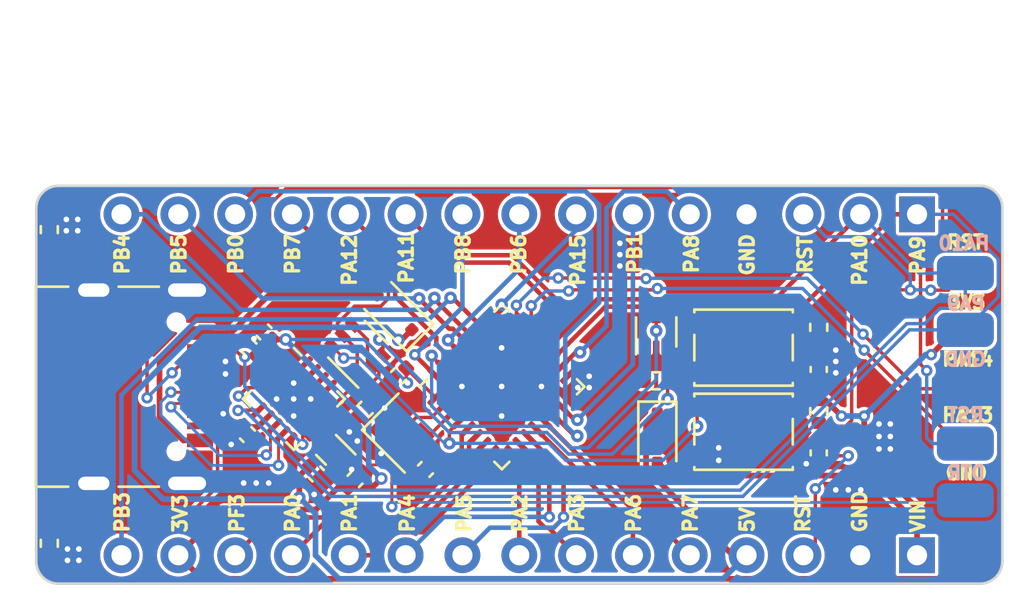
<source format=kicad_pcb>
(kicad_pcb (version 20221018) (generator pcbnew)
  (layers (0 "F.Cu" signal) (31 "B.Cu" signal) (34 "B.Paste" user) (35 "F.Paste" user) (36 "B.SilkS" user "B.Silkscreen") (37 "F.SilkS" user "F.Silkscreen") (38 "B.Mask" user) (39 "F.Mask" user) (44 "Edge.Cuts" user))
  (net 0 "")
  (net 1 "+5V")
  (net 2 "VBUS")
  (net 3 "Net-(D2-A)")
  (net 4 "Net-(Q1-G)")
  (net 5 "/BOOT0")
  (net 6 "/RTS")
  (net 8 "Net-(Q2B-D)")
  (net 9 "/DTR")
  (net 10 "/NRST")
  (net 11 "GND")
  (net 12 "+3V3")
  (net 13 "/PF0")
  (net 14 "/PF1")
  (net 15 "/PF3")
  (net 16 "/PA0")
  (net 17 "/PA1")
  (net 18 "/PA2")
  (net 19 "/PA3")
  (net 20 "/PA4")
  (net 21 "/PA5")
  (net 22 "/PA6")
  (net 23 "/PA7")
  (net 24 "/PB0")
  (net 25 "/PB1")
  (net 26 "/PB2")
  (net 27 "/PA8")
  (net 28 "/PA9")
  (net 29 "/PA10")
  (net 30 "/PA11")
  (net 31 "/PA12")
  (net 32 "/PA13")
  (net 33 "/PA14")
  (net 34 "/PA15")
  (net 35 "/PB3")
  (net 36 "/PB4")
  (net 37 "/PB5")
  (net 38 "/PB6")
  (net 39 "/PB7")
  (net 40 "/PB8")
  (net 41 "Net-(U3-V3)")
  (net 42 "/USBD+")
  (net 43 "/USBD-")
  (net 49 "Net-(J1-CC1)")
  (net 51 "Net-(J1-CC2)")
  (footprint "Resistor_SMD:R_0402_1005Metric" (layer "F.Cu") (at 44.8564 25.0952 180)
    (fp_text reference "R7")
    (fp_text value "10k")
  )
  (footprint "Resistor_SMD:R_0402_1005Metric" (layer "F.Cu") (at 17.7292 32.3596 -90)
    (fp_text reference "R2")
    (fp_text value "5.1k")
  )
  (footprint "Capacitor_SMD:C_0402_1005Metric" (layer "F.Cu") (at 31.3944 29.5148 45)
    (fp_text reference "C2")
    (fp_text value "1u")
  )
  (footprint "Capacitor_SMD:C_0402_1005Metric" (layer "F.Cu") (at 31.8516 26.3652 45)
    (fp_text reference "C9")
    (fp_text value "20p")
  )
  (footprint "Arduino Board:Arduino Nano" (layer "F.Cu") (at 17.145 34.163)
    (fp_text reference "U4")
    (fp_text value "Arduino Nano")
    (fp_line (start 0 -16.78) (end 0 -1) (stroke (width 0.12)) (layer "Edge.Cuts"))
    (fp_line (start 1 -17.78) (end 42.18 -17.78) (stroke (width 0.12)) (layer "Edge.Cuts"))
    (fp_line (start 1 0) (end 42.18 0) (stroke (width 0.12)) (layer "Edge.Cuts"))
    (fp_line (start 43.182894 -16.782893) (end 43.182894 -1.002893) (stroke (width 0.12)) (layer "Edge.Cuts"))
    (fp_arc (start 0 -16.78) (mid 0.292894 -17.487106) (end 1 -17.78) (stroke (width 0.12)) (layer "Edge.Cuts"))
    (fp_arc (start 1 0) (mid 0.292893 -0.292893) (end 0 -1) (stroke (width 0.12)) (layer "Edge.Cuts"))
    (fp_arc (start 42.182894 -17.782893) (mid 42.890002 -17.490001) (end 43.182894 -16.782893) (stroke (width 0.12)) (layer "Edge.Cuts"))
    (fp_arc (start 43.18 -1) (mid 42.887107 -0.292893) (end 42.18 0) (stroke (width 0.12)) (layer "Edge.Cuts"))
  )
  (footprint "Capacitor_SMD:C_0402_1005Metric" (layer "F.Cu") (at 29.6672 29.2608 -45)
    (fp_text reference "C1")
    (fp_text value "1u")
  )
  (footprint "Package_DFN_QFN:QFN-16-1EP_3x3mm_P0.5mm_EP1.7x1.7mm" (layer "F.Cu") (at 28.661526 25.903814 -45)
    (fp_text reference "U3")
    (fp_text value "CH343P")
  )
  (footprint "Crystal:Crystal_SMD_2016-4Pin_2.0x1.6mm" (layer "F.Cu") (at 33.4772 27.432 -45)
    (fp_text reference "Y1")
    (fp_text value "24M")
  )
  (footprint "Button_Switch_SMD:SW_SPST_PTS810" (layer "F.Cu") (at 48.7602 23.6138 180)
    (fp_text reference "SW1")
    (fp_text value "SW_Push")
  )
  (footprint "Capacitor_SMD:C_0402_1005Metric" (layer "F.Cu") (at 27.3304 22.9108 135)
    (fp_text reference "C8")
    (fp_text value "1u")
  )
  (footprint "Connector_USB:USB_C_Receptacle_Palconn_UTC16-G" (layer "F.Cu") (at 21.956999 25.36 -90)
    (fp_text reference "J1")
    (fp_text value "USB_C_Receptacle_USB2.0")
  )
  (footprint "Capacitor_SMD:C_0402_1005Metric" (layer "F.Cu") (at 26.584589 27.498989 -45)
    (fp_text reference "C6")
    (fp_text value "0.1u")
  )
  (footprint "Resistor_SMD:R_0402_1005Metric" (layer "F.Cu") (at 52.1208 22.7076 -90)
    (fp_text reference "R4")
    (fp_text value "10k")
  )
  (footprint "Package_DFN_QFN:QFN-32-1EP_5x5mm_P0.5mm_EP3.1x3.1mm" (layer "F.Cu") (at 37.956447 25.36 45)
    (fp_text reference "U2")
    (fp_text value "PY32F030K2xU")
  )
  (footprint "Diode_SMD:D_SOD-323F" (layer "F.Cu") (at 44.9072 27.6352 -90)
    (fp_text reference "D2")
    (fp_text value "SS14")
  )
  (footprint "Package_DFN_QFN:UDFN-4-1EP_1x1mm_P0.65mm_EP0.48x0.48mm" (layer "F.Cu") (at 30.532847 28.396828 135)
    (fp_text reference "U1")
    (fp_text value "ME6211CxxU4AG")
  )
  (footprint "Diode_SMD:D_SOD-323F" (layer "F.Cu") (at 33.156583 22.031383 135)
    (fp_text reference "D1")
    (fp_text value "SS14")
  )
  (footprint "Button_Switch_SMD:SW_SPST_PTS810" (layer "F.Cu") (at 48.7602 27.373 180)
    (fp_text reference "SW2")
    (fp_text value "SW_Push")
  )
  (footprint "Resistor_SMD:R_0402_1005Metric" (layer "F.Cu") (at 17.7292 18.3388 90)
    (fp_text reference "R1")
    (fp_text value "5.1k")
  )
  (footprint "Resistor_SMD:R_0402_1005Metric" (layer "F.Cu") (at 52.1208 26.4688 -90)
    (fp_text reference "R3")
    (fp_text value "10k")
  )
  (footprint "Capacitor_SMD:C_0402_1005Metric" (layer "F.Cu") (at 26.653811 23.605811 135)
    (fp_text reference "C7")
    (fp_text value "1u")
  )
  (footprint "Package_TO_SOT_SMD:SOT-523" (layer "F.Cu") (at 44.8564 22.9108 90)
    (fp_text reference "Q1")
    (fp_text value "AO3401A")
  )
  (footprint "Capacitor_SMD:C_0402_1005Metric" (layer "F.Cu") (at 34.544 29.0576 -135)
    (fp_text reference "C10")
    (fp_text value "20p")
  )
  (footprint "Capacitor_SMD:C_0402_1005Metric" (layer "F.Cu") (at 52.1208 28.3184 -90)
    (fp_text reference "C4")
    (fp_text value "1u")
  )
  (footprint "AirM2M:DAPLink-port" (layer "F.Cu") (at 58.674 30.44 90)
    (fp_text reference "J2" hide)
    (fp_text value "DAPLINK")
  )
  (footprint "Capacitor_SMD:C_0402_1005Metric" (layer "F.Cu") (at 52.1208 24.5872 -90)
    (fp_text reference "C5")
    (fp_text value "1u")
  )
  (footprint "Capacitor_SMD:C_0402_1005Metric" (layer "F.Cu") (at 33.340989 24.875811 45)
    (fp_text reference "C3")
    (fp_text value "0.1u")
  )
  (footprint "Package_TO_SOT_SMD:SOT-363_SC-70-6" (layer "F.Cu") (at 31.509771 23.732532 135)
    (fp_text reference "Q2")
    (fp_text value "2N7002DW")
  )
  (gr_text "PA9" (at 59.6392 21.9964) (layer "B.SilkS") (effects (font (size 0.6 0.6)) (justify left bottom mirror)))
  (gr_text "DTR" (at 59.6392 29.5656) (layer "B.SilkS") (effects (font (size 0.6 0.6)) (justify left bottom mirror)))
  (gr_text "GND" (at 59.69 24.4856) (layer "B.SilkS") (effects (font (size 0.6 0.6)) (justify left bottom mirror)))
  (gr_text "RST" (at 59.5884 26.9748) (layer "B.SilkS") (effects (font (size 0.6 0.6)) (justify left bottom mirror)))
  (gr_text "PA10" (at 59.8424 19.304) (layer "B.SilkS") (effects (font (size 0.6 0.6)) (justify left bottom mirror)))
  (gr_text "3V3\n" (at 57.8104 21.9456) (layer "F.SilkS") (effects (font (size 0.6 0.6)) (justify left bottom)))
  (gr_text "PB5" (at 23.876 20.4216 90) (layer "F.SilkS") (effects (font (size 0.6 0.6)) (justify left bottom)))
  (gr_text "GND" (at 49.276 20.4724 90) (layer "F.SilkS") (effects (font (size 0.6 0.6)) (justify left bottom)))
  (gr_text "PA8" (at 46.7868 20.3708 90) (layer "F.SilkS") (effects (font (size 0.6 0.6)) (justify left bottom)))
  (gr_text "PA12" (at 31.496 20.9296 90) (layer "F.SilkS") (effects (font (size 0.6 0.6)) (justify left bottom)))
  (gr_text "PB7" (at 28.956 20.4216 90) (layer "F.SilkS") (effects (font (size 0.6 0.6)) (justify left bottom)))
  (gr_text "PB1" (at 44.2468 20.3708 90) (layer "F.SilkS") (effects (font (size 0.6 0.6)) (justify left bottom)))
  (gr_text "PA6" (at 44.196 31.9532 90) (layer "F.SilkS") (effects (font (size 0.6 0.6)) (justify left bottom)))
  (gr_text "PB0" (at 26.416 20.4216 90) (layer "F.SilkS") (effects (font (size 0.6 0.6)) (justify left bottom)))
  (gr_text "GND" (at 54.3052 31.9532 90) (layer "F.SilkS") (effects (font (size 0.6 0.6)) (justify left bottom)))
  (gr_text "5V" (at 49.276 31.9532 90) (layer "F.SilkS") (effects (font (size 0.6 0.6)) (justify left bottom)))
  (gr_text "PA0" (at 28.956 31.9532 90) (layer "F.SilkS") (effects (font (size 0.6 0.6)) (justify left bottom)))
  (gr_text "PB8" (at 36.576 20.4216 90) (layer "F.SilkS") (effects (font (size 0.6 0.6)) (justify left bottom)))
  (gr_text "PA5" (at 36.6268 31.9532 90) (layer "F.SilkS") (effects (font (size 0.6 0.6)) (justify left bottom)))
  (gr_text "PA14\n" (at 57.5564 24.4856) (layer "F.SilkS") (effects (font (size 0.6 0.6)) (justify left bottom)))
  (gr_text "PB6" (at 39.0652 20.4216 90) (layer "F.SilkS") (effects (font (size 0.6 0.6)) (justify left bottom)))
  (gr_text "PA9" (at 56.896 20.4216 90) (layer "F.SilkS") (effects (font (size 0.6 0.6)) (justify left bottom)))
  (gr_text "GND" (at 57.7088 29.5656) (layer "F.SilkS") (effects (font (size 0.6 0.6)) (justify left bottom)))
  (gr_text "RST" (at 57.7596 19.2532) (layer "F.SilkS") (effects (font (size 0.6 0.6)) (justify left bottom)))
  (gr_text "PA15" (at 41.7068 20.9296 90) (layer "F.SilkS") (effects (font (size 0.6 0.6)) (justify left bottom)))
  (gr_text "RST" (at 51.8668 20.3708 90) (layer "F.SilkS") (effects (font (size 0.6 0.6)) (justify left bottom)))
  (gr_text "RST" (at 51.7652 31.9532 90) (layer "F.SilkS") (effects (font (size 0.6 0.6)) (justify left bottom)))
  (gr_text "PA2" (at 39.116 31.9532 90) (layer "F.SilkS") (effects (font (size 0.6 0.6)) (justify left bottom)))
  (gr_text "PA11" (at 34.036 20.828 90) (layer "F.SilkS") (effects (font (size 0.6 0.6)) (justify left bottom)))
  (gr_text "PA13" (at 57.5564 26.9748) (layer "F.SilkS") (effects (font (size 0.6 0.6)) (justify left bottom)))
  (gr_text "PA7" (at 46.736 31.9532 90) (layer "F.SilkS") (effects (font (size 0.6 0.6)) (justify left bottom)))
  (gr_text "PA4" (at 34.0868 31.9532 90) (layer "F.SilkS") (effects (font (size 0.6 0.6)) (justify left bottom)))
  (gr_text "PF3" (at 26.4668 31.9532 90) (layer "F.SilkS") (effects (font (size 0.6 0.6)) (justify left bottom)))
  (gr_text "PA3" (at 41.656 31.9532 90) (layer "F.SilkS") (effects (font (size 0.6 0.6)) (justify left bottom)))
  (gr_text "VIN" (at 56.896 31.9532 90) (layer "F.SilkS") (effects (font (size 0.6 0.6)) (justify left bottom)))
  (gr_text "3V3" (at 23.9268 31.9532 90) (layer "F.SilkS") (effects (font (size 0.6 0.6)) (justify left bottom)))
  (gr_text "PA10" (at 54.3052 20.9296 90) (layer "F.SilkS") (effects (font (size 0.6 0.6)) (justify left bottom)))
  (gr_text "PB4" (at 21.336 20.4216 90) (layer "F.SilkS") (effects (font (size 0.6 0.6)) (justify left bottom)))
  (gr_text "PA1" (at 31.496 31.9532 90) (layer "F.SilkS") (effects (font (size 0.6 0.6)) (justify left bottom)))
  (gr_text "PB3" (at 21.336 31.9532 90) (layer "F.SilkS") (effects (font (size 0.6 0.6)) (justify left bottom)))
  (segment (start 30.156494 27.785181) (end 30.380819 27.785181) (width 0.254) (layer "F.Cu") (net 1))
  (segment (start 33.9344 22.8092) (end 33.4772 23.2664) (width 0.254) (layer "F.Cu") (net 1))
  (segment (start 44.4032 29.017187) (end 48.279013 32.893) (width 0.254) (layer "F.Cu") (net 1))
  (segment (start 29.9212 28.020475) (end 30.156494 27.785181) (width 0.254) (layer "F.Cu") (net 1))
  (segment (start 44.9072 26.5352) (end 44.4032 27.0392) (width 0.254) (layer "F.Cu") (net 1))
  (segment (start 29.327789 28.921389) (end 28.9052 29.343978) (width 0.254) (layer "F.Cu") (net 1))
  (segment (start 29.327789 28.838211) (end 29.9212 28.2448) (width 0.254) (layer "F.Cu") (net 1))
  (segment (start 44.4032 27.0392) (end 44.4032 29.017187) (width 0.254) (layer "F.Cu") (net 1))
  (segment (start 28.9052 29.343978) (end 28.9052 30.315) (width 0.254) (layer "F.Cu") (net 1))
  (segment (start 33.4772 23.2664) (end 33.3248 23.2664) (width 0.254) (layer "F.Cu") (net 1))
  (segment (start 29.9212 28.2448) (end 29.9212 28.020475) (width 0.254) (layer "F.Cu") (net 1))
  (via (at 33.3248 23.2664) (size 0.5588) (drill 0.3048) (layers "F.Cu" "B.Cu") (net 1))
  (via (at 28.9052 30.315) (size 0.5588) (drill 0.254) (layers "F.Cu" "B.Cu") (net 1))
  (segment (start 22.8148 30.384) (end 28.8362 30.384) (width 0.254) (layer "B.Cu") (net 1))
  (segment (start 21.5392 25.648894) (end 21.5392 29.1084) (width 0.254) (layer "B.Cu") (net 1))
  (segment (start 32.766 22.7076) (end 24.480494 22.7076) (width 0.254) (layer "B.Cu") (net 1))
  (segment (start 24.480494 22.7076) (end 21.5392 25.648894) (width 0.254) (layer "B.Cu") (net 1))
  (segment (start 48.895 32.893) (end 47.841 33.947) (width 0.254) (layer "B.Cu") (net 1))
  (segment (start 47.841 33.947) (end 30.678418 33.947) (width 0.254) (layer "B.Cu") (net 1))
  (segment (start 29.629 32.897582) (end 29.629 31.0388) (width 0.254) (layer "B.Cu") (net 1))
  (segment (start 33.3248 23.2664) (end 32.766 22.7076) (width 0.254) (layer "B.Cu") (net 1))
  (segment (start 30.678418 33.947) (end 29.629 32.897582) (width 0.254) (layer "B.Cu") (net 1))
  (segment (start 28.8362 30.384) (end 28.9052 30.315) (width 0.254) (layer "B.Cu") (net 1))
  (segment (start 29.629 31.0388) (end 28.9052 30.315) (width 0.254) (layer "B.Cu") (net 1))
  (segment (start 21.5392 29.1084) (end 22.8148 30.384) (width 0.254) (layer "B.Cu") (net 1))
  (segment (start 27.450606 25.046447) (end 26.993222 24.589063) (width 0.1524) (layer "F.Cu") (net 2))
  (segment (start 29.0576 27.576028) (end 29.0576 27.94) (width 0.1524) (layer "F.Cu") (net 2))
  (segment (start 26.993222 23.945222) (end 26.267448 23.945222) (width 0.1524) (layer "F.Cu") (net 2))
  (segment (start 22.6568 24.182199) (end 23.878999 22.96) (width 0.254) (layer "F.Cu") (net 2))
  (segment (start 25.654 23.331774) (end 25.654 22.96) (width 0.1524) (layer "F.Cu") (net 2))
  (segment (start 26.267448 23.945222) (end 25.654 23.331774) (width 0.1524) (layer "F.Cu") (net 2))
  (segment (start 24.466999 27.76) (end 23.718858 27.76) (width 0.254) (layer "F.Cu") (net 2))
  (segment (start 23.878999 22.96) (end 24.466999 22.96) (width 0.254) (layer "F.Cu") (net 2))
  (segment (start 23.718858 27.76) (end 22.6568 26.697942) (width 0.254) (layer "F.Cu") (net 2))
  (segment (start 29.16534 27.468288) (end 29.0576 27.576028) (width 0.1524) (layer "F.Cu") (net 2))
  (segment (start 22.6568 26.697942) (end 22.6568 24.182199) (width 0.254) (layer "F.Cu") (net 2))
  (segment (start 25.654 22.96) (end 25.847188 22.96) (width 0.254) (layer "F.Cu") (net 2))
  (segment (start 26.993222 24.589063) (end 26.993222 23.945222) (width 0.1524) (layer "F.Cu") (net 2))
  (segment (start 25.847188 22.96) (end 27.553622 21.253566) (width 0.254) (layer "F.Cu") (net 2))
  (segment (start 27.553622 21.253566) (end 32.378766 21.253566) (width 0.254) (layer "F.Cu") (net 2))
  (segment (start 24.466999 22.96) (end 25.654 22.96) (width 0.254) (layer "F.Cu") (net 2))
  (via (at 29.0576 27.94) (size 0.508) (drill 0.254) (layers "F.Cu" "B.Cu") (net 2))
  (via (at 26.4668 24.0284) (size 0.508) (drill 0.254) (layers "F.Cu" "B.Cu") (net 2))
  (segment (start 29.0576 27.94) (end 26.4668 25.3492) (width 0.1524) (layer "B.Cu") (net 2))
  (segment (start 26.4668 25.3492) (end 26.4668 24.0284) (width 0.1524) (layer "B.Cu") (net 2))
  (segment (start 44.9072 28.7352) (end 45.5044 29.3324) (width 0.254) (layer "F.Cu") (net 3))
  (segment (start 56.515 31.4706) (end 56.515 32.893) (width 0.254) (layer "F.Cu") (net 3))
  (segment (start 54.3768 29.3324) (end 56.515 31.4706) (width 0.254) (layer "F.Cu") (net 3))
  (segment (start 45.5044 29.3324) (end 54.3768 29.3324) (width 0.254) (layer "F.Cu") (net 3))
  (segment (start 44.3564 25.0852) (end 44.3564 23.5558) (width 0.1524) (layer "F.Cu") (net 4))
  (segment (start 46.4122 22.2658) (end 46.6852 22.5388) (width 0.1524) (layer "F.Cu") (net 5))
  (segment (start 51.442 22.5388) (end 52.1208 23.2176) (width 0.1524) (layer "F.Cu") (net 5))
  (segment (start 34.818275 23.989595) (end 34.818275 23.978281) (width 0.1524) (layer "F.Cu") (net 5))
  (segment (start 50.8352 22.5388) (end 51.442 22.5388) (width 0.1524) (layer "F.Cu") (net 5))
  (segment (start 35.348991 24.520311) (end 34.818275 23.989595) (width 0.1524) (layer "F.Cu") (net 5))
  (segment (start 52.1208 23.2176) (end 52.1208 24.1072) (width 0.1524) (layer "F.Cu") (net 5))
  (segment (start 46.6852 22.5388) (end 50.8352 22.5388) (width 0.1524) (layer "F.Cu") (net 5))
  (segment (start 44.8564 22.86) (end 44.8564 22.2658) (width 0.1524) (layer "F.Cu") (net 5))
  (segment (start 44.8564 22.2658) (end 46.4122 22.2658) (width 0.1524) (layer "F.Cu") (net 5))
  (via (at 44.8564 22.86) (size 0.5588) (drill 0.254) (layers "F.Cu" "B.Cu") (net 5))
  (via (at 34.818275 23.978281) (size 0.5588) (drill 0.254) (layers "F.Cu" "B.Cu") (net 5))
  (segment (start 41.0464 28.0924) (end 41.8084 28.0924) (width 0.1524) (layer "B.Cu") (net 5))
  (segment (start 35.722702 27.1272) (end 40.0812 27.1272) (width 0.1524) (layer "B.Cu") (net 5))
  (segment (start 44.8564 25.0444) (end 44.8564 22.86) (width 0.1524) (layer "B.Cu") (net 5))
  (segment (start 34.818275 23.978281) (end 34.818275 26.222773) (width 0.1524) (layer "B.Cu") (net 5))
  (segment (start 34.818275 26.222773) (end 35.722702 27.1272) (width 0.1524) (layer "B.Cu") (net 5))
  (segment (start 41.8084 28.0924) (end 44.8564 25.0444) (width 0.1524) (layer "B.Cu") (net 5))
  (segment (start 40.0812 27.1272) (end 41.0464 28.0924) (width 0.1524) (layer "B.Cu") (net 5))
  (segment (start 31.721903 24.863903) (end 31.492093 24.634093) (width 0.1524) (layer "F.Cu") (net 6))
  (segment (start 31.492093 23.714854) (end 30.83802 23.060781) (width 0.1524) (layer "F.Cu") (net 6))
  (segment (start 32.534189 20.748589) (end 30.248189 20.748589) (width 0.1524) (layer "F.Cu") (net 6))
  (segment (start 30.762097 24.863903) (end 31.721903 24.863903) (width 0.1524) (layer "F.Cu") (net 6))
  (segment (start 32.883743 21.421457) (end 32.883743 21.098143) (width 0.1524) (layer "F.Cu") (net 6))
  (segment (start 57.658 16.7896) (end 57.658 18.6944) (width 0.1524) (layer "F.Cu") (net 6))
  (segment (start 28.35006 16.4592) (end 57.3276 16.4592) (width 0.1524) (layer "F.Cu") (net 6))
  (segment (start 30.60821 22.830971) (end 30.60821 22.52859) (width 0.1524) (layer "F.Cu") (net 6))
  (segment (start 32.883743 21.098143) (end 32.534189 20.748589) (width 0.1524) (layer "F.Cu") (net 6))
  (segment (start 57.658 18.6944) (end 56.669934 19.682466) (width 0.1524) (layer "F.Cu") (net 6))
  (segment (start 56.669934 19.682466) (end 56.669934 24.361134) (width 0.1524) (layer "F.Cu") (net 6))
  (segment (start 27.5718 18.0722) (end 27.5718 17.23746) (width 0.1524) (layer "F.Cu") (net 6))
  (segment (start 31.378257 21.758543) (end 32.546657 21.758543) (width 0.1524) (layer "F.Cu") (net 6))
  (segment (start 57.3276 16.4592) (end 57.658 16.7896) (width 0.1524) (layer "F.Cu") (net 6))
  (segment (start 56.669934 24.361134) (end 56.9468 24.638) (width 0.1524) (layer "F.Cu") (net 6))
  (segment (start 30.248189 20.748589) (end 27.5718 18.0722) (width 0.1524) (layer "F.Cu") (net 6))
  (segment (start 30.60821 22.52859) (end 31.378257 21.758543) (width 0.1524) (layer "F.Cu") (net 6))
  (segment (start 30.226 25.4) (end 30.762097 24.863903) (width 0.1524) (layer "F.Cu") (net 6))
  (segment (start 27.5718 17.23746) (end 28.35006 16.4592) (width 0.1524) (layer "F.Cu") (net 6))
  (segment (start 30.83802 23.060781) (end 30.60821 22.830971) (width 0.1524) (layer "F.Cu") (net 6))
  (segment (start 31.492093 24.634093) (end 31.492093 23.714854) (width 0.1524) (layer "F.Cu") (net 6))
  (segment (start 32.546657 21.758543) (end 32.883743 21.421457) (width 0.1524) (layer "F.Cu") (net 6))
  (via (at 56.9468 24.638) (size 0.508) (drill 0.254) (layers "F.Cu" "B.Cu") (net 6))
  (segment (start 56.9468 24.638) (end 56.9468 27.646) (width 0.1524) (layer "B.Cu") (net 6))
  (segment (start 56.9468 27.646) (end 57.2008 27.9) (width 0.1524) (layer "B.Cu") (net 6))
  (segment (start 57.2008 27.9) (end 58.674 27.9) (width 0.1524) (layer "B.Cu") (net 6))
  (segment (start 45.3644 25.908) (end 45.3644 25.0972) (width 0.1524) (layer "F.Cu") (net 8))
  (segment (start 32.641142 23.944664) (end 32.641142 23.411) (width 0.1524) (layer "F.Cu") (net 8))
  (segment (start 32.641142 23.411) (end 32.478871 23.248729) (width 0.1524) (layer "F.Cu") (net 8))
  (via (at 45.3644 25.908) (size 0.5588) (drill 0.254) (layers "F.Cu" "B.Cu") (net 8))
  (via (at 32.478871 23.248729) (size 0.5588) (drill 0.254) (layers "F.Cu" "B.Cu") (net 8))
  (segment (start 40.930669 28.3718) (end 39.965468 27.4066) (width 0.1524) (layer "B.Cu") (net 8))
  (segment (start 39.965468 27.4066) (end 35.60697 27.4066) (width 0.1524) (layer "B.Cu") (net 8))
  (segment (start 35.60697 27.4066) (end 34.4932 26.29283) (width 0.1524) (layer "B.Cu") (net 8))
  (segment (start 42.9006 28.3718) (end 40.930669 28.3718) (width 0.1524) (layer "B.Cu") (net 8))
  (segment (start 34.4932 25.263058) (end 32.478871 23.248729) (width 0.1524) (layer "B.Cu") (net 8))
  (segment (start 34.4932 26.29283) (end 34.4932 25.263058) (width 0.1524) (layer "B.Cu") (net 8))
  (segment (start 45.3644 25.908) (end 42.9006 28.3718) (width 0.1524) (layer "B.Cu") (net 8))
  (segment (start 31.233628 25.4) (end 31.687788 25.4) (width 0.1524) (layer "F.Cu") (net 9))
  (segment (start 31.726122 25.438334) (end 31.89446 25.438334) (width 0.1524) (layer "F.Cu") (net 9))
  (segment (start 32.07821 28.8544) (end 31.45591 28.2321) (width 0.127) (layer "F.Cu") (net 9))
  (segment (start 31.311882 28.2321) (end 30.5308 27.451018) (width 0.127) (layer "F.Cu") (net 9))
  (segment (start 32.6644 28.8544) (end 32.07821 28.8544) (width 0.127) (layer "F.Cu") (net 9))
  (segment (start 31.951712 24.174473) (end 31.951712 23.255234) (width 0.1524) (layer "F.Cu") (net 9))
  (segment (start 32.4612 24.871594) (end 32.4612 24.683961) (width 0.1524) (layer "F.Cu") (net 9))
  (segment (start 31.687788 25.4) (end 31.726122 25.438334) (width 0.1524) (layer "F.Cu") (net 9))
  (segment (start 32.4612 24.683961) (end 32.181522 24.404283) (width 0.1524) (layer "F.Cu") (net 9))
  (segment (start 31.45591 28.2321) (end 31.311882 28.2321) (width 0.127) (layer "F.Cu") (net 9))
  (segment (start 30.5308 27.451018) (end 30.5308 26.712428) (width 0.127) (layer "F.Cu") (net 9))
  (segment (start 31.951712 23.255234) (end 31.297639 22.601161) (width 0.1524) (layer "F.Cu") (net 9))
  (segment (start 31.89446 25.438334) (end 32.4612 24.871594) (width 0.1524) (layer "F.Cu") (net 9))
  (segment (start 30.226 26.407628) (end 31.233628 25.4) (width 0.1524) (layer "F.Cu") (net 9))
  (segment (start 33.038756 30.721378) (end 33.038756 29.228756) (width 0.127) (layer "F.Cu") (net 9))
  (segment (start 33.038756 29.228756) (end 32.6644 28.8544) (width 0.127) (layer "F.Cu") (net 9))
  (segment (start 30.5308 26.712428) (end 30.226 26.407628) (width 0.127) (layer "F.Cu") (net 9))
  (segment (start 32.181522 24.404283) (end 31.951712 24.174473) (width 0.1524) (layer "F.Cu") (net 9))
  (via (at 33.038756 30.721378) (size 0.508) (drill 0.254) (layers "F.Cu" "B.Cu") (net 9))
  (segment (start 33.229334 30.5308) (end 33.038756 30.721378) (width 0.127) (layer "B.Cu") (net 9))
  (segment (start 58.5832 30.5308) (end 33.229334 30.5308) (width 0.127) (layer "B.Cu") (net 9))
  (segment (start 52.1208 26.9788) (end 52.1208 27.8384) (width 0.1524) (layer "F.Cu") (net 10))
  (segment (start 51.9684 32.3596) (end 51.9684 29.9212) (width 0.1524) (layer "F.Cu") (net 10))
  (segment (start 50.8352 26.298) (end 51.44 26.298) (width 0.1524) (layer "F.Cu") (net 10))
  (segment (start 52.7304 28.448) (end 52.1208 27.8384) (width 0.1524) (layer "F.Cu") (net 10))
  (segment (start 51.435 32.893) (end 51.9684 32.3596) (width 0.1524) (layer "F.Cu") (net 10))
  (segment (start 57.909469 21.044531) (end 58.674 20.28) (width 0.1524) (layer "F.Cu") (net 10))
  (segment (start 36.056098 26.906796) (end 35.6108 27.352094) (width 0.1524) (layer "F.Cu") (net 10))
  (segment (start 52.2692 27.1272) (end 53.326179 27.1272) (width 0.1524) (layer "F.Cu") (net 10))
  (segment (start 46.6852 26.298) (end 50.8352 26.298) (width 0.1524) (layer "F.Cu") (net 10))
  (segment (start 35.6108 27.352094) (end 35.6108 27.8892) (width 0.1524) (layer "F.Cu") (net 10))
  (segment (start 46.6852 26.298) (end 46.6852 27.1272) (width 0.1524) (layer "F.Cu") (net 10))
  (segment (start 53.326179 27.1272) (end 53.594 26.859379) (width 0.1524) (layer "F.Cu") (net 10))
  (segment (start 57.127134 21.044531) (end 57.909469 21.044531) (width 0.1524) (layer "F.Cu") (net 10))
  (segment (start 30.3784 23.5712) (end 30.8864 24.0792) (width 0.127) (layer "F.Cu") (net 10))
  (segment (start 54.0004 21.0312) (end 56.212654 21.0312) (width 0.1524) (layer "F.Cu") (net 10))
  (segment (start 53.594 21.4376) (end 54.0004 21.0312) (width 0.1524) (layer "F.Cu") (net 10))
  (segment (start 53.594 26.859379) (end 53.594 21.4376) (width 0.1524) (layer "F.Cu") (net 10))
  (segment (start 51.44 26.298) (end 52.1208 26.9788) (width 0.1524) (layer "F.Cu") (net 10))
  (segment (start 53.4416 28.448) (end 52.7304 28.448) (width 0.1524) (layer "F.Cu") (net 10))
  (via (at 35.6108 27.8892) (size 0.5588) (drill 0.254) (layers "F.Cu" "B.Cu") (net 10))
  (via (at 51.9684 29.9212) (size 0.508) (drill 0.254) (layers "F.Cu" "B.Cu") (net 10))
  (via (at 30.8864 24.0792) (size 0.508) (drill 0.254) (layers "F.Cu" "B.Cu") (net 10))
  (via (at 56.212654 21.0312) (size 0.508) (drill 0.254) (layers "F.Cu" "B.Cu") (net 10))
  (via (at 57.127134 21.044531) (size 0.508) (drill 0.254) (layers "F.Cu" "B.Cu") (net 10))
  (via (at 46.6852 27.1272) (size 0.5588) (drill 0.254) (layers "F.Cu" "B.Cu") (net 10))
  (via (at 53.4416 28.448) (size 0.508) (drill 0.254) (layers "F.Cu" "B.Cu") (net 10))
  (segment (start 56.212654 20.347854) (end 54.521 18.6562) (width 0.1524) (layer "B.Cu") (net 10))
  (segment (start 54.521 18.6562) (end 52.4382 18.6562) (width 0.1524) (layer "B.Cu") (net 10))
  (segment (start 46.6852 27.1272) (end 45.1612 28.6512) (width 0.1524) (layer "B.Cu") (net 10))
  (segment (start 30.8864 24.0792) (end 31.57603 24.0792) (width 0.127) (layer "B.Cu") (net 10))
  (segment (start 40.814937 28.6512) (end 40.052936 27.8892) (width 0.1524) (layer "B.Cu") (net 10))
  (segment (start 57.127134 21.044531) (end 57.113803 21.0312) (width 0.1524) (layer "B.Cu") (net 10))
  (segment (start 31.57603 24.0792) (end 35.38603 27.8892) (width 0.127) (layer "B.Cu") (net 10))
  (segment (start 40.052936 27.8892) (end 35.6108 27.8892) (width 0.1524) (layer "B.Cu") (net 10))
  (segment (start 35.38603 27.8892) (end 35.6108 27.8892) (width 0.127) (layer "B.Cu") (net 10))
  (segment (start 51.9684 29.9212) (end 53.4416 28.448) (width 0.1524) (layer "B.Cu") (net 10))
  (segment (start 57.113803 21.0312) (end 56.212654 21.0312) (width 0.1524) (layer "B.Cu") (net 10))
  (segment (start 56.212654 21.0312) (end 56.212654 20.347854) (width 0.1524) (layer "B.Cu") (net 10))
  (segment (start 52.4382 18.6562) (end 51.435 17.653) (width 0.1524) (layer "B.Cu") (net 10))
  (segment (start 45.1612 28.6512) (end 40.814937 28.6512) (width 0.1524) (layer "B.Cu") (net 10))
  (segment (start 33.001578 25.215222) (end 32.7025 25.5143) (width 0.254) (layer "F.Cu") (net 11))
  (segment (start 32.7025 25.5143) (end 32.7025 25.565099) (width 0.254) (layer "F.Cu") (net 11))
  (via (at 28.6512 26.67) (size 0.508) (drill 0.254) (layers "F.Cu" "B.Cu") (net 11))
  (via (at 47.6504 28.0924) (size 0.508) (drill 0.254) (layers "F.Cu" "B.Cu") (net 11))
  (via (at 43.2308 19.4564) (size 0.508) (drill 0.254) (layers "F.Cu" "B.Cu") (net 11))
  (via (at 18.4912 18.3896) (size 0.508) (drill 0.254) (layers "F.Cu" "B.Cu") (net 11))
  (via (at 41.8592 24.892) (size 0.508) (drill 0.254) (layers "F.Cu" "B.Cu") (net 11))
  (via (at 29.4132 25.908) (size 0.508) (drill 0.254) (layers "F.Cu" "B.Cu") (net 11))
  (via (at 18.542 32.6136) (size 0.508) (drill 0.254) (layers "F.Cu" "B.Cu") (net 11))
  (via (at 19.05 32.6136) (size 0.508) (drill 0.254) (layers "F.Cu" "B.Cu") (net 11))
  (via (at 54.8132 27.5844) (size 0.508) (drill 0.254) (layers "F.Cu" "B.Cu") (net 11))
  (via (at 28.6512 25.908) (size 0.508) (drill 0.254) (layers "F.Cu" "B.Cu") (net 11))
  (via (at 55.3212 27.5844) (size 0.508) (drill 0.254) (layers "F.Cu" "B.Cu") (net 11))
  (via (at 54.0004 29.972) (size 0.508) (drill 0.254) (layers "F.Cu" "B.Cu") (net 11))
  (via (at 31.496 27.7876) (size 0.508) (drill 0.254) (layers "F.Cu" "B.Cu") (net 11))
  (via (at 54.8132 27.0256) (size 0.508) (drill 0.254) (layers "F.Cu" "B.Cu") (net 11))
  (via (at 36.1696 25.3492) (size 0.508) (drill 0.254) (layers "F.Cu" "B.Cu") (net 11))
  (via (at 51.562 28.8036) (size 0.508) (drill 0.254) (layers "F.Cu" "B.Cu") (net 11))
  (via (at 26.8732 23.2156) (size 0.508) (drill 0.254) (layers "F.Cu" "B.Cu") (net 11))
  (via (at 52.8828 29.972) (size 0.508) (drill 0.254) (layers "F.Cu" "B.Cu") (net 11))
  (via (at 43.2308 19.9644) (size 0.508) (drill 0.254) (layers "F.Cu" "B.Cu") (net 11))
  (via (at 39.7256 25.3492) (size 0.508) (drill 0.254) (layers "F.Cu" "B.Cu") (net 11))
  (via (at 41.3512 25.4) (size 0.508) (drill 0.254) (layers "F.Cu" "B.Cu") (net 11))
  (via (at 32.5628 28.3464) (size 0.508) (drill 0.254) (layers "F.Cu" "B.Cu") (net 11))
  (via (at 27.8892 25.908) (size 0.508) (drill 0.254) (layers "F.Cu" "B.Cu") (net 11))
  (via (at 32.7152 26.3144) (size 0.508) (drill 0.254) (layers "F.Cu" "B.Cu") (net 11))
  (via (at 29.5656 30.1752) (size 0.508) (drill 0.254) (layers "F.Cu" "B.Cu") (net 11))
  (via (at 26.416 29.6672) (size 0.508) (drill 0.254) (layers "F.Cu" "B.Cu") (net 11))
  (via (at 28.6512 25.1968) (size 0.508) (drill 0.254) (layers "F.Cu" "B.Cu") (net 11))
  (via (at 27.5336 29.6672) (size 0.508) (drill 0.254) (layers "F.Cu" "B.Cu") (net 11))
  (via (at 25.6032 24.7904) (size 0.508) (drill 0.254) (layers "F.Cu" "B.Cu") (net 11))
  (via (at 43.2308 18.9484) (size 0.508) (drill 0.254) (layers "F.Cu" "B.Cu") (net 11))
  (via (at 18.9992 17.8816) (size 0.508) (drill 0.254) (layers "F.Cu" "B.Cu") (net 11))
  (via (at 37.9476 25.3492) (size 0.508) (drill 0.254) (layers "F.Cu" "B.Cu") (net 11))
  (via (at 47.6504 28.6512) (size 0.508) (drill 0.254) (layers "F.Cu" "B.Cu") (net 11))
  (via (at 53.4416 29.972) (size 0.508) (drill 0.254) (layers "F.Cu" "B.Cu") (net 11))
  (via (at 52.8828 24.2316) (size 0.508) (drill 0.254) (layers "F.Cu" "B.Cu") (net 11))
  (via (at 26.9748 29.6672) (size 0.508) (drill 0.254) (layers "F.Cu" "B.Cu") (net 11))
  (via (at 37.9476 23.622) (size 0.508) (drill 0.254) (layers "F.Cu" "B.Cu") (net 11))
  (via (at 52.8828 23.7236) (size 0.508) (drill 0.254) (layers "F.Cu" "B.Cu") (net 11))
  (via (at 55.3212 28.1432) (size 0.508) (drill 0.254) (layers "F.Cu" "B.Cu") (net 11))
  (via (at 52.8828 24.7396) (size 0.508) (drill 0.254) (layers "F.Cu" "B.Cu") (net 11))
  (via (at 25.6032 24.2316) (size 0.508) (drill 0.254) (layers "F.Cu" "B.Cu") (net 11))
  (via (at 18.542 33.1216) (size 0.508) (drill 0.254) (layers "F.Cu" "B.Cu") (net 11))
  (via (at 19.05 33.1216) (size 0.508) (drill 0.254) (layers "F.Cu" "B.Cu") (net 11))
  (via (at 54.8132 28.1432) (size 0.508) (drill 0.254) (layers "F.Cu" "B.Cu") (net 11))
  (via (at 25.857198 27.94) (size 0.508) (drill 0.254) (layers "F.Cu" "B.Cu") (net 11))
  (via (at 31.242 29.0576) (size 0.508) (drill 0.254) (layers "F.Cu" "B.Cu") (net 11))
  (via (at 31.1404 27.3812) (size 0.508) (drill 0.254) (layers "F.Cu" "B.Cu") (net 11))
  (via (at 18.4912 17.8816) (size 0.508) (drill 0.254) (layers "F.Cu" "B.Cu") (net 11))
  (via (at 25.5016 26.5684) (size 0.508) (drill 0.254) (layers "F.Cu" "B.Cu") (net 11))
  (via (at 18.9992 18.3896) (size 0.508) (drill 0.254) (layers "F.Cu" "B.Cu") (net 11))
  (via (at 55.3212 27.0256) (size 0.508) (drill 0.254) (layers "F.Cu" "B.Cu") (net 11))
  (via (at 41.8592 25.4) (size 0.508) (drill 0.254) (layers "F.Cu" "B.Cu") (net 11))
  (via (at 37.9476 26.67) (size 0.508) (drill 0.254) (layers "F.Cu" "B.Cu") (net 11))
  (segment (start 27.669811 23.851439) (end 28.157712 24.33934) (width 0.254) (layer "F.Cu") (net 12))
  (segment (start 33.6804 24.5364) (end 33.6804 25.132759) (width 0.1524) (layer "F.Cu") (net 12))
  (segment (start 24.549 33.947) (end 57.569 33.947) (width 0.254) (layer "F.Cu") (net 12))
  (segment (start 33.6804 25.132759) (end 33.739357 25.191716) (width 0.1524) (layer "F.Cu") (net 12))
  (segment (start 30.643922 29.854211) (end 29.649733 30.8484) (width 0.254) (layer "F.Cu") (net 12))
  (segment (start 31.054989 29.854211) (end 32.178639 29.854211) (width 0.254) (layer "F.Cu") (net 12))
  (segment (start 30.684875 29.008475) (end 30.684875 29.484097) (width 0.254) (layer "F.Cu") (net 12))
  (segment (start 52.4256 25.9588) (end 53.1368 26.67) (width 0.254) (layer "F.Cu") (net 12))
  (segment (start 54.1528 28.4228) (end 54.1528 26.67) (width 0.254) (layer "F.Cu") (net 12))
  (segment (start 45.5522 23.5558) (end 46.6852 24.6888) (width 0.254) (layer "F.Cu") (net 12))
  (segment (start 29.649733 30.8484) (end 25.5396 30.8484) (width 0.254) (layer "F.Cu") (net 12))
  (segment (start 30.684875 29.484097) (end 31.054989 29.854211) (width 0.254) (layer "F.Cu") (net 12))
  (segment (start 57.912 33.604) (end 57.912 32.182) (width 0.254) (layer "F.Cu") (net 12))
  (segment (start 27.669811 23.250211) (end 27.669811 23.851439) (width 0.254) (layer "F.Cu") (net 12))
  (segment (start 25.5396 30.8484) (end 23.495 32.893) (width 0.254) (layer "F.Cu") (net 12))
  (segment (start 50.8508 24.6888) (end 52.1208 25.9588) (width 0.254) (layer "F.Cu") (net 12))
  (segment (start 58.2568 22.82) (end 57.15 23.9268) (width 0.254) (layer "F.Cu") (net 12))
  (segment (start 57.569 33.947) (end 57.912 33.604) (width 0.254) (layer "F.Cu") (net 12))
  (segment (start 52.1208 25.9588) (end 52.4256 25.9588) (width 0.254) (layer "F.Cu") (net 12))
  (segment (start 23.495 32.893) (end 24.549 33.947) (width 0.254) (layer "F.Cu") (net 12))
  (segment (start 46.6852 24.6888) (end 50.8352 24.6888) (width 0.254) (layer "F.Cu") (net 12))
  (segment (start 45.3564 23.5558) (end 45.5522 23.5558) (width 0.254) (layer "F.Cu") (net 12))
  (segment (start 31.054989 29.854211) (end 30.643922 29.854211) (width 0.254) (layer "F.Cu") (net 12))
  (segment (start 33.685701 24.5364) (end 34.995437 25.846136) (width 0.1524) (layer "F.Cu") (net 12))
  (segment (start 27.669811 23.250211) (end 28.2956 23.250211) (width 0.254) (layer "F.Cu") (net 12))
  (segment (start 32.178639 29.854211) (end 32.56885 29.464) (width 0.254) (layer "F.Cu") (net 12))
  (segment (start 57.912 32.182) (end 54.1528 28.4228) (width 0.254) (layer "F.Cu") (net 12))
  (via (at 53.1368 26.67) (size 0.508) (drill 0.254) (layers "F.Cu" "B.Cu") (net 12))
  (via (at 54.1528 26.67) (size 0.508) (drill 0.254) (layers "F.Cu" "B.Cu") (net 12))
  (via (at 32.56885 29.464) (size 0.5588) (drill 0.3048) (layers "F.Cu" "B.Cu") (net 12))
  (via (at 33.739357 25.191716) (size 0.508) (drill 0.254) (layers "F.Cu" "B.Cu") (net 12))
  (via (at 28.2956 23.250211) (size 0.5588) (drill 0.3048) (layers "F.Cu" "B.Cu") (net 12))
  (via (at 57.15 23.9268) (size 0.508) (drill 0.254) (layers "F.Cu" "B.Cu") (net 12))
  (segment (start 53.1368 26.67) (end 54.1528 26.67) (width 0.254) (layer "B.Cu") (net 12))
  (segment (start 56.896 23.9268) (end 54.1528 26.67) (width 0.254) (layer "B.Cu") (net 12))
  (segment (start 33.739357 25.191716) (end 31.797852 23.250211) (width 0.1524) (layer "B.Cu") (net 12))
  (segment (start 31.797852 23.250211) (end 28.2956 23.250211) (width 0.1524) (layer "B.Cu") (net 12))
  (segment (start 28.2956 23.2664) (end 32.004 26.9748) (width 0.254) (layer "B.Cu") (net 12))
  (segment (start 32.004 26.9748) (end 32.004 28.89915) (width 0.254) (layer "B.Cu") (net 12))
  (segment (start 28.2956 23.250211) (end 28.2956 23.2664) (width 0.254) (layer "B.Cu") (net 12))
  (segment (start 32.004 28.89915) (end 32.56885 29.464) (width 0.254) (layer "B.Cu") (net 12))
  (segment (start 57.15 23.9268) (end 56.896 23.9268) (width 0.254) (layer "B.Cu") (net 12))
  (segment (start 33.4772 27.3812) (end 32.648583 27.3812) (width 0.1524) (layer "F.Cu") (net 13))
  (segment (start 34.124575 26.733825) (end 33.4772 27.3812) (width 0.1524) (layer "F.Cu") (net 13))
  (segment (start 35.348991 26.199689) (end 34.814855 26.733825) (width 0.1524) (layer "F.Cu") (net 13))
  (segment (start 32.133512 27.325934) (end 31.512189 26.704611) (width 0.1524) (layer "F.Cu") (net 13))
  (segment (start 34.814855 26.733825) (end 34.124575 26.733825) (width 0.1524) (layer "F.Cu") (net 13))
  (segment (start 34.361083 27.538066) (end 34.361083 28.195861) (width 0.1524) (layer "F.Cu") (net 14))
  (segment (start 34.361083 28.195861) (end 34.883411 28.718189) (width 0.1524) (layer "F.Cu") (net 14))
  (segment (start 35.702544 26.553243) (end 34.717721 27.538066) (width 0.1524) (layer "F.Cu") (net 14))
  (segment (start 26.035 32.893) (end 27.724 31.204) (width 0.2032) (layer "F.Cu") (net 15))
  (segment (start 36.162744 27.507256) (end 36.409651 27.260349) (width 0.2032) (layer "F.Cu") (net 15))
  (segment (start 36.162744 29.077256) (end 36.162744 27.507256) (width 0.2032) (layer "F.Cu") (net 15))
  (segment (start 27.724 31.204) (end 34.036 31.204) (width 0.2032) (layer "F.Cu") (net 15))
  (segment (start 34.036 31.204) (end 36.162744 29.077256) (width 0.2032) (layer "F.Cu") (net 15))
  (segment (start 36.492944 27.884163) (end 36.492944 29.252029) (width 0.2032) (layer "F.Cu") (net 16))
  (segment (start 34.210773 31.5342) (end 29.9338 31.5342) (width 0.2032) (layer "F.Cu") (net 16))
  (segment (start 36.763204 27.613903) (end 36.492944 27.884163) (width 0.2032) (layer "F.Cu") (net 16))
  (segment (start 29.9338 31.5342) (end 28.575 32.893) (width 0.2032) (layer "F.Cu") (net 16))
  (segment (start 36.492944 29.252029) (end 34.210773 31.5342) (width 0.2032) (layer "F.Cu") (net 16))
  (segment (start 34.4296 31.8644) (end 33.228939 31.8644) (width 0.2032) (layer "F.Cu") (net 17))
  (segment (start 36.846498 28.237716) (end 36.846498 29.447502) (width 0.2032) (layer "F.Cu") (net 17))
  (segment (start 32.200339 32.893) (end 31.115 32.893) (width 0.2032) (layer "F.Cu") (net 17))
  (segment (start 37.116758 27.967456) (end 36.846498 28.237716) (width 0.2032) (layer "F.Cu") (net 17))
  (segment (start 33.228939 31.8644) (end 32.200339 32.893) (width 0.2032) (layer "F.Cu") (net 17))
  (segment (start 36.846498 29.447502) (end 34.4296 31.8644) (width 0.2032) (layer "F.Cu") (net 17))
  (segment (start 38.735 32.893) (end 38.735 29.591) (width 0.2032) (layer "F.Cu") (net 18))
  (segment (start 38.735 29.591) (end 37.470311 28.326311) (width 0.2032) (layer "F.Cu") (net 18))
  (segment (start 39.878394 31.6611) (end 40.0431 31.6611) (width 0.2032) (layer "F.Cu") (net 19))
  (segment (start 38.442583 28.32101) (end 39.595694 29.474121) (width 0.2032) (layer "F.Cu") (net 19))
  (segment (start 39.595694 31.3784) (end 39.878394 31.6611) (width 0.2032) (layer "F.Cu") (net 19))
  (segment (start 39.595694 29.474121) (end 39.595694 31.3784) (width 0.2032) (layer "F.Cu") (net 19))
  (segment (start 40.0431 31.6611) (end 41.275 32.893) (width 0.2032) (layer "F.Cu") (net 19))
  (segment (start 40.078294 29.249614) (end 40.078294 31.1785) (width 0.2032) (layer "F.Cu") (net 20))
  (segment (start 38.796136 27.967456) (end 40.078294 29.249614) (width 0.2032) (layer "F.Cu") (net 20))
  (via (at 40.078294 31.1785) (size 0.508) (drill 0.254) (layers "F.Cu" "B.Cu") (net 20))
  (segment (start 35.3695 31.1785) (end 40.078294 31.1785) (width 0.2032) (layer "B.Cu") (net 20))
  (segment (start 33.655 32.893) (end 35.3695 31.1785) (width 0.2032) (layer "B.Cu") (net 20))
  (segment (start 39.14969 27.613903) (end 40.71442 29.178633) (width 0.2032) (layer "F.Cu") (net 21))
  (segment (start 40.71442 29.178633) (end 40.71442 31.1785) (width 0.2032) (layer "F.Cu") (net 21))
  (via (at 40.71442 31.1785) (size 0.508) (drill 0.254) (layers "F.Cu" "B.Cu") (net 21))
  (segment (start 40.71442 31.221618) (end 40.71442 31.1785) (width 0.2032) (layer "B.Cu") (net 21))
  (segment (start 37.4269 31.6611) (end 40.278194 31.6611) (width 0.2032) (layer "B.Cu") (net 21))
  (segment (start 36.195 32.893) (end 37.4269 31.6611) (width 0.2032) (layer "B.Cu") (net 21))
  (segment (start 40.560894 31.375144) (end 40.71442 31.221618) (width 0.2032) (layer "B.Cu") (net 21))
  (segment (start 40.278194 31.6611) (end 40.560894 31.3784) (width 0.2032) (layer "B.Cu") (net 21))
  (segment (start 40.560894 31.3784) (end 40.560894 31.375144) (width 0.2032) (layer "B.Cu") (net 21))
  (segment (start 43.815 31.572106) (end 43.815 32.893) (width 0.2032) (layer "F.Cu") (net 22))
  (segment (start 39.503243 27.260349) (end 43.815 31.572106) (width 0.2032) (layer "F.Cu") (net 22))
  (segment (start 45.555001 32.093001) (end 46.355 32.893) (width 0.2032) (layer "F.Cu") (net 23))
  (segment (start 39.856796 26.906796) (end 45.043001 32.093001) (width 0.2032) (layer "F.Cu") (net 23))
  (segment (start 45.043001 32.093001) (end 45.555001 32.093001) (width 0.2032) (layer "F.Cu") (net 23))
  (segment (start 40.21035 26.553243) (end 41.216107 27.559) (width 0.2032) (layer "F.Cu") (net 24))
  (segment (start 41.216107 27.559) (end 41.331717 27.559) (width 0.2032) (layer "F.Cu") (net 24))
  (via (at 41.331717 27.559) (size 0.5588) (drill 0.254) (layers "F.Cu" "B.Cu") (net 24))
  (segment (start 42.3036 17.226939) (end 42.3036 21.6028) (width 0.2032) (layer "B.Cu") (net 24))
  (segment (start 40.7924 23.114) (end 40.7924 27.0764) (width 0.2032) (layer "B.Cu") (net 24))
  (segment (start 26.035 17.653) (end 27.0636 16.6244) (width 0.2032) (layer "B.Cu") (net 24))
  (segment (start 40.7924 27.0764) (end 41.275 27.559) (width 0.2032) (layer "B.Cu") (net 24))
  (segment (start 41.701061 16.6244) (end 42.3036 17.226939) (width 0.2032) (layer "B.Cu") (net 24))
  (segment (start 41.275 27.559) (end 41.331717 27.559) (width 0.2032) (layer "B.Cu") (net 24))
  (segment (start 27.0636 16.6244) (end 41.701061 16.6244) (width 0.2032) (layer "B.Cu") (net 24))
  (segment (start 42.3036 21.6028) (end 40.7924 23.114) (width 0.2032) (layer "B.Cu") (net 24))
  (segment (start 41.205953 26.841739) (end 41.331861 26.841739) (width 0.2032) (layer "F.Cu") (net 25))
  (segment (start 40.563903 26.199689) (end 41.205953 26.841739) (width 0.2032) (layer "F.Cu") (net 25))
  (via (at 41.331861 26.841739) (size 0.5588) (drill 0.254) (layers "F.Cu" "B.Cu") (net 25))
  (segment (start 43.815 24.3586) (end 41.331861 26.841739) (width 0.2032) (layer "B.Cu") (net 25))
  (segment (start 43.815 17.653) (end 43.815 24.3586) (width 0.2032) (layer "B.Cu") (net 25))
  (segment (start 41.259014 23.8252) (end 41.4528 23.8252) (width 0.2032) (layer "F.Cu") (net 27))
  (segment (start 40.563903 24.520311) (end 41.259014 23.8252) (width 0.2032) (layer "F.Cu") (net 27))
  (via (at 41.4528 23.8252) (size 0.5588) (drill 0.254) (layers "F.Cu" "B.Cu") (net 27))
  (segment (start 46.355 17.653) (end 45.3264 16.6244) (width 0.2032) (layer "B.Cu") (net 27))
  (segment (start 42.6338 17.379539) (end 42.6338 22.6442) (width 0.2032) (layer "B.Cu") (net 27))
  (segment (start 43.388939 16.6244) (end 42.6338 17.379539) (width 0.2032) (layer "B.Cu") (net 27))
  (segment (start 42.6338 22.6442) (end 41.4528 23.8252) (width 0.2032) (layer "B.Cu") (net 27))
  (segment (start 45.3264 16.6244) (end 43.388939 16.6244) (width 0.2032) (layer "B.Cu") (net 27))
  (segment (start 26.178426 26.407628) (end 26.163611 26.422443) (width 0.1524) (layer "F.Cu") (net 28))
  (segment (start 42.5814 21.7822) (end 40.21035 24.15325) (width 0.2032) (layer "F.Cu") (net 28))
  (segment (start 55.5118 17.653) (end 51.3826 21.7822) (width 0.2032) (layer "F.Cu") (net 28))
  (segment (start 27.097052 26.407628) (end 26.178426 26.407628) (width 0.1524) (layer "F.Cu") (net 28))
  (segment (start 51.3826 21.7822) (end 42.5814 21.7822) (width 0.2032) (layer "F.Cu") (net 28))
  (segment (start 56.515 17.653) (end 55.5118 17.653) (width 0.2032) (layer "F.Cu") (net 28))
  (via (at 26.163611 26.422443) (size 0.508) (drill 0.254) (layers "F.Cu" "B.Cu") (net 28))
  (segment (start 26.473243 26.422443) (end 26.163611 26.422443) (width 0.1524) (layer "B.Cu") (net 28))
  (segment (start 48.7298 30.2642) (end 30.315 30.2642) (width 0.1524) (layer "B.Cu") (net 28))
  (segment (start 60.1472 21.3468) (end 60.1472 19.657016) (width 0.1524) (layer "B.Cu") (net 28))
  (segment (start 58.143184 17.653) (end 56.515 17.653) (width 0.1524) (layer "B.Cu") (net 28))
  (segment (start 60.1472 19.657016) (end 58.143184 17.653) (width 0.1524) (layer "B.Cu") (net 28))
  (segment (start 58.674 22.82) (end 60.1472 21.3468) (width 0.1524) (layer "B.Cu") (net 28))
  (segment (start 30.315 30.2642) (end 26.473243 26.422443) (width 0.1524) (layer "B.Cu") (net 28))
  (segment (start 56.174 22.82) (end 48.7298 30.2642) (width 0.1524) (layer "B.Cu") (net 28))
  (segment (start 58.674 22.82) (end 56.174 22.82) (width 0.1524) (layer "B.Cu") (net 28))
  (segment (start 42.218 21.452) (end 39.856796 23.813204) (width 0.2032) (layer "F.Cu") (net 29))
  (segment (start 27.097052 25.4) (end 26.5684 25.4) (width 0.1524) (layer "F.Cu") (net 29))
  (segment (start 53.975 17.653) (end 50.176 21.452) (width 0.2032) (layer "F.Cu") (net 29))
  (segment (start 50.176 21.452) (end 42.218 21.452) (width 0.2032) (layer "F.Cu") (net 29))
  (segment (start 26.5684 25.4) (end 26.1874 25.781) (width 0.1524) (layer "F.Cu") (net 29))
  (via (at 26.1874 25.781) (size 0.508) (drill 0.254) (layers "F.Cu" "B.Cu") (net 29))
  (segment (start 30.430732 29.9848) (end 26.226932 25.781) (width 0.1524) (layer "B.Cu") (net 29))
  (segment (start 26.226932 25.781) (end 26.1874 25.781) (width 0.1524) (layer "B.Cu") (net 29))
  (segment (start 56.602 20.28) (end 53.975 17.653) (width 0.1524) (layer "B.Cu") (net 29))
  (segment (start 56.857216 22.5406) (end 56.058268 22.5406) (width 0.1524) (layer "B.Cu") (net 29))
  (segment (start 58.674 20.28) (end 58.674 21.6916) (width 0.1524) (layer "B.Cu") (net 29))
  (segment (start 48.614068 29.9848) (end 30.430732 29.9848) (width 0.1524) (layer "B.Cu") (net 29))
  (segment (start 58.674 21.6916) (end 58.5108 21.8548) (width 0.1524) (layer "B.Cu") (net 29))
  (segment (start 58.674 20.28) (end 56.602 20.28) (width 0.1524) (layer "B.Cu") (net 29))
  (segment (start 56.058268 22.5406) (end 48.614068 29.9848) (width 0.1524) (layer "B.Cu") (net 29))
  (segment (start 57.543016 21.8548) (end 56.857216 22.5406) (width 0.1524) (layer "B.Cu") (net 29))
  (segment (start 58.5108 21.8548) (end 57.543016 21.8548) (width 0.1524) (layer "B.Cu") (net 29))
  (segment (start 33.655 17.653) (end 35.4838 19.4818) (width 0.2032) (layer "F.Cu") (net 30))
  (segment (start 40.2844 21.354927) (end 40.2844 22.678494) (width 0.2032) (layer "F.Cu") (net 30))
  (segment (start 40.2844 22.678494) (end 39.503243 23.459651) (width 0.2032) (layer "F.Cu") (net 30))
  (segment (start 35.4838 19.4818) (end 38.411273 19.4818) (width 0.2032) (layer "F.Cu") (net 30))
  (segment (start 38.411273 19.4818) (end 40.2844 21.354927) (width 0.2032) (layer "F.Cu") (net 30))
  (segment (start 39.9542 22.301587) (end 39.14969 23.106097) (width 0.2032) (layer "F.Cu") (net 31))
  (segment (start 39.9542 21.4917) (end 39.9542 22.301587) (width 0.2032) (layer "F.Cu") (net 31))
  (segment (start 38.2745 19.812) (end 39.9542 21.4917) (width 0.2032) (layer "F.Cu") (net 31))
  (segment (start 33.274 19.812) (end 38.2745 19.812) (width 0.2032) (layer "F.Cu") (net 31))
  (segment (start 31.115 17.653) (end 33.274 19.812) (width 0.2032) (layer "F.Cu") (net 31))
  (segment (start 38.796136 22.752544) (end 39.2684 22.28028) (width 0.1524) (layer "F.Cu") (net 32))
  (segment (start 40.995584 21.0312) (end 40.9448 21.081984) (width 0.1524) (layer "F.Cu") (net 32))
  (segment (start 44.845348 21.0312) (end 40.995584 21.0312) (width 0.1524) (layer "F.Cu") (net 32))
  (segment (start 54.1528 23.7236) (end 58.3292 27.9) (width 0.1524) (layer "F.Cu") (net 32))
  (segment (start 44.9072 20.969348) (end 44.845348 21.0312) (width 0.1524) (layer "F.Cu") (net 32))
  (segment (start 39.2684 22.28028) (end 39.2684 21.7424) (width 0.1524) (layer "F.Cu") (net 32))
  (via (at 44.9072 20.969348) (size 0.508) (drill 0.254) (layers "F.Cu" "B.Cu") (net 32))
  (via (at 40.9448 21.081984) (size 0.508) (drill 0.254) (layers "F.Cu" "B.Cu") (net 32))
  (via (at 39.2684 21.7424) (size 0.508) (drill 0.254) (layers "F.Cu" "B.Cu") (net 32))
  (via (at 54.1528 23.7236) (size 0.508) (drill 0.254) (layers "F.Cu" "B.Cu") (net 32))
  (segment (start 39.928816 21.081984) (end 39.2684 21.7424) (width 0.1524) (layer "B.Cu") (net 32))
  (segment (start 44.9072 20.969348) (end 51.398548 20.969348) (width 0.1524) (layer "B.Cu") (net 32))
  (segment (start 40.9448 21.081984) (end 39.928816 21.081984) (width 0.1524) (layer "B.Cu") (net 32))
  (segment (start 51.398548 20.969348) (end 54.1528 23.7236) (width 0.1524) (layer "B.Cu") (net 32))
  (segment (start 44.401855 20.525985) (end 44.378517 20.502647) (width 0.1524) (layer "F.Cu") (net 33))
  (segment (start 38.607709 22.233864) (end 38.607709 21.722721) (width 0.1524) (layer "F.Cu") (net 33))
  (segment (start 44.378517 20.502647) (end 40.475694 20.502647) (width 0.1524) (layer "F.Cu") (net 33))
  (segment (start 58.5832 25.4508) (end 56.5404 25.4508) (width 0.1524) (layer "F.Cu") (net 33))
  (segment (start 56.5404 25.4508) (end 54.102 23.0124) (width 0.1524) (layer "F.Cu") (net 33))
  (via (at 38.607709 21.722721) (size 0.508) (drill 0.254) (layers "F.Cu" "B.Cu") (net 33))
  (via (at 44.401855 20.525985) (size 0.508) (drill 0.254) (layers "F.Cu" "B.Cu") (net 33))
  (via (at 54.102 23.0124) (size 0.508) (drill 0.254) (layers "F.Cu" "B.Cu") (net 33))
  (via (at 40.475694 20.502647) (size 0.508) (drill 0.254) (layers "F.Cu" "B.Cu") (net 33))
  (segment (start 40.475694 20.502647) (end 39.810774 20.502647) (width 0.1524) (layer "B.Cu") (net 33))
  (segment (start 38.607709 21.705712) (end 38.607709 21.722721) (width 0.1524) (layer "B.Cu") (net 33))
  (segment (start 51.6018 20.5122) (end 44.41564 20.5122) (width 0.1524) (layer "B.Cu") (net 33))
  (segment (start 39.810774 20.502647) (end 38.607709 21.705712) (width 0.1524) (layer "B.Cu") (net 33))
  (segment (start 44.41564 20.5122) (end 44.401855 20.525985) (width 0.1524) (layer "B.Cu") (net 33))
  (segment (start 54.102 23.0124) (end 51.6018 20.5122) (width 0.1524) (layer "B.Cu") (net 33))
  (segment (start 37.470311 22.39899) (end 37.9476 21.921701) (width 0.2032) (layer "F.Cu") (net 34))
  (segment (start 37.9476 21.921701) (end 37.9476 21.691536) (width 0.2032) (layer "F.Cu") (net 34))
  (via (at 37.9476 21.691536) (size 0.5588) (drill 0.254) (layers "F.Cu" "B.Cu") (net 34))
  (segment (start 41.275 17.653) (end 41.275 18.3642) (width 0.2032) (layer "B.Cu") (net 34))
  (segment (start 41.275 18.3642) (end 37.9476 21.6916) (width 0.2032) (layer "B.Cu") (net 34))
  (segment (start 37.9476 21.6916) (end 37.9476 21.691536) (width 0.2032) (layer "B.Cu") (net 34))
  (segment (start 35.751014 21.3868) (end 35.6616 21.3868) (width 0.2032) (layer "F.Cu") (net 35))
  (segment (start 37.116758 22.752544) (end 35.751014 21.3868) (width 0.2032) (layer "F.Cu") (net 35))
  (via (at 35.6616 21.3868) (size 0.5588) (drill 0.254) (layers "F.Cu" "B.Cu") (net 35))
  (segment (start 24.3332 22.352) (end 34.6964 22.352) (width 0.2032) (layer "B.Cu") (net 35))
  (segment (start 20.955 25.7302) (end 24.3332 22.352) (width 0.2032) (layer "B.Cu") (net 35))
  (segment (start 20.955 32.893) (end 20.955 25.7302) (width 0.2032) (layer "B.Cu") (net 35))
  (segment (start 34.6964 22.352) (end 35.6616 21.3868) (width 0.2032) (layer "B.Cu") (net 35))
  (segment (start 36.763204 23.106097) (end 36.599845 23.106097) (width 0.2032) (layer "F.Cu") (net 36))
  (segment (start 34.941271 21.447523) (end 34.941271 21.388708) (width 0.2032) (layer "F.Cu") (net 36))
  (segment (start 36.599845 23.106097) (end 34.941271 21.447523) (width 0.2032) (layer "F.Cu") (net 36))
  (via (at 34.941271 21.388708) (size 0.5588) (drill 0.254) (layers "F.Cu" "B.Cu") (net 36))
  (segment (start 34.515161 21.922786) (end 34.941271 21.496676) (width 0.2032) (layer "B.Cu") (net 36))
  (segment (start 22.009684 17.653) (end 26.27947 21.922786) (width 0.2032) (layer "B.Cu") (net 36))
  (segment (start 26.27947 21.922786) (end 34.515161 21.922786) (width 0.2032) (layer "B.Cu") (net 36))
  (segment (start 20.955 17.653) (end 22.009684 17.653) (width 0.2032) (layer "B.Cu") (net 36))
  (segment (start 34.941271 21.496676) (end 34.941271 21.388708) (width 0.2032) (layer "B.Cu") (net 36))
  (segment (start 36.409651 23.459651) (end 36.409651 23.414394) (width 0.2032) (layer "F.Cu") (net 37))
  (segment (start 35.763914 22.768657) (end 35.602799 22.768657) (width 0.2032) (layer "F.Cu") (net 37))
  (segment (start 35.602799 22.768657) (end 34.256003 21.421861) (width 0.2032) (layer "F.Cu") (net 37))
  (segment (start 36.409651 23.414394) (end 35.763914 22.768657) (width 0.2032) (layer "F.Cu") (net 37))
  (segment (start 34.256003 21.421861) (end 34.256003 21.414786) (width 0.2032) (layer "F.Cu") (net 37))
  (via (at 34.256003 21.414786) (size 0.5588) (drill 0.254) (layers "F.Cu" "B.Cu") (net 37))
  (segment (start 23.495 17.653) (end 27.256786 21.414786) (width 0.2032) (layer "B.Cu") (net 37))
  (segment (start 27.256786 21.414786) (end 34.256003 21.414786) (width 0.2032) (layer "B.Cu") (net 37))
  (segment (start 36.056098 23.813204) (end 35.553493 23.310599) (width 0.2032) (layer "F.Cu") (net 38))
  (segment (start 35.553493 23.310599) (end 35.553493 23.276657) (width 0.2032) (layer "F.Cu") (net 38))
  (via (at 35.553493 23.276657) (size 0.5588) (drill 0.254) (layers "F.Cu" "B.Cu") (net 38))
  (segment (start 38.735 20.09515) (end 35.553493 23.276657) (width 0.2032) (layer "B.Cu") (net 38))
  (segment (start 38.735 17.653) (end 38.735 20.09515) (width 0.2032) (layer "B.Cu") (net 38))
  (segment (start 33.188543 21.327491) (end 35.028696 23.167644) (width 0.2032) (layer "F.Cu") (net 39))
  (segment (start 35.028696 23.470281) (end 35.702544 24.144129) (width 0.2032) (layer "F.Cu") (net 39))
  (segment (start 32.660441 20.443789) (end 33.188543 20.971891) (width 0.2032) (layer "F.Cu") (net 39))
  (segment (start 35.028696 23.167644) (end 35.028696 23.470281) (width 0.2032) (layer "F.Cu") (net 39))
  (segment (start 31.365789 20.443789) (end 32.660441 20.443789) (width 0.2032) (layer "F.Cu") (net 39))
  (segment (start 28.575 17.653) (end 31.365789 20.443789) (width 0.2032) (layer "F.Cu") (net 39))
  (segment (start 33.188543 20.971891) (end 33.188543 21.327491) (width 0.2032) (layer "F.Cu") (net 39))
  (segment (start 34.067838 23.946265) (end 34.067838 23.929883) (width 0.2032) (layer "F.Cu") (net 40))
  (segment (start 34.995437 24.873864) (end 34.067838 23.946265) (width 0.2032) (layer "F.Cu") (net 40))
  (via (at 34.067838 23.929883) (size 0.508) (drill 0.254) (layers "F.Cu" "B.Cu") (net 40))
  (segment (start 36.195 21.802721) (end 34.067838 23.929883) (width 0.2032) (layer "B.Cu") (net 40))
  (segment (start 36.195 17.653) (end 36.195 21.802721) (width 0.2032) (layer "B.Cu") (net 40))
  (segment (start 27.052209 27.159578) (end 27.450606 26.761181) (width 0.254) (layer "F.Cu") (net 41))
  (segment (start 26.245178 27.159578) (end 27.052209 27.159578) (width 0.254) (layer "F.Cu") (net 41))
  (segment (start 25.237499 26.019701) (end 25.1472 26.11) (width 0.127) (layer "F.Cu") (net 42))
  (segment (start 23.3184 26.11) (end 23.1648 26.2636) (width 0.127) (layer "F.Cu") (net 42))
  (segment (start 25.237499 25.1735) (end 25.237499 26.019701) (width 0.127) (layer "F.Cu") (net 42))
  (segment (start 27.61303 27.305863) (end 27.61303 28.22887) (width 0.127) (layer "F.Cu") (net 42))
  (segment (start 24.466999 26.11) (end 23.3184 26.11) (width 0.127) (layer "F.Cu") (net 42))
  (segment (start 25.173999 25.11) (end 25.237499 25.1735) (width 0.127) (layer "F.Cu") (net 42))
  (segment (start 24.466999 25.11) (end 25.173999 25.11) (width 0.127) (layer "F.Cu") (net 42))
  (segment (start 25.1472 26.11) (end 24.466999 26.11) (width 0.127) (layer "F.Cu") (net 42))
  (segment (start 27.61303 28.22887) (end 27.432 28.4099) (width 0.127) (layer "F.Cu") (net 42))
  (via (at 27.432 28.4099) (size 0.508) (drill 0.254) (layers "F.Cu" "B.Cu") (net 42))
  (via (at 23.1648 26.2636) (size 0.508) (drill 0.254) (layers "F.Cu" "B.Cu") (net 42))
  (segment (start 23.1648 26.2636) (end 25.3365 28.4353) (width 0.127) (layer "B.Cu") (net 42))
  (segment (start 25.3365 28.4353) (end 27.4066 28.4353) (width 0.127) (layer "B.Cu") (net 42))
  (segment (start 27.4066 28.4353) (end 27.432 28.4099) (width 0.127) (layer "B.Cu") (net 42))
  (segment (start 24.466999 25.61) (end 23.6728 25.61) (width 0.127) (layer "F.Cu") (net 43))
  (segment (start 23.759999 24.61) (end 23.6728 24.697199) (width 0.127) (layer "F.Cu") (net 43))
  (segment (start 27.974979 27.651021) (end 27.974979 28.875558) (width 0.127) (layer "F.Cu") (net 43))
  (segment (start 24.466999 24.61) (end 23.759999 24.61) (width 0.127) (layer "F.Cu") (net 43))
  (segment (start 23.6728 25.61) (end 23.1716 25.61) (width 0.127) (layer "F.Cu") (net 43))
  (segment (start 23.6728 24.697199) (end 23.6728 25.61) (width 0.127) (layer "F.Cu") (net 43))
  (segment (start 23.1716 25.61) (end 23.1648 25.6032) (width 0.127) (layer "F.Cu") (net 43))
  (via (at 23.1648 25.6032) (size 0.508) (drill 0.254) (layers "F.Cu" "B.Cu") (net 43))
  (via (at 27.974979 28.875558) (size 0.508) (drill 0.254) (layers "F.Cu" "B.Cu") (net 43))
  (segment (start 23.1648 25.6032) (end 22.7076 26.0604) (width 0.127) (layer "B.Cu") (net 43))
  (segment (start 22.7076 26.0604) (end 22.7076 26.62281) (width 0.127) (layer "B.Cu") (net 43))
  (segment (start 24.960348 28.875558) (end 27.974979 28.875558) (width 0.127) (layer "B.Cu") (net 43))
  (segment (start 22.7076 26.62281) (end 24.960348 28.875558) (width 0.127) (layer "B.Cu") (net 43))
  (segment (start 22.098 22.097237) (end 22.098 25.8572) (width 0.1524) (layer "F.Cu") (net 49))
  (segment (start 18.849563 18.8488) (end 22.098 22.097237) (width 0.1524) (layer "F.Cu") (net 49))
  (segment (start 23.2156 24.7396) (end 23.8452 24.11) (width 0.1524) (layer "F.Cu") (net 49))
  (segment (start 17.7292 18.8488) (end 18.849563 18.8488) (width 0.1524) (layer "F.Cu") (net 49))
  (segment (start 23.8452 24.11) (end 24.466999 24.11) (width 0.1524) (layer "F.Cu") (net 49))
  (via (at 22.098 25.8572) (size 0.508) (drill 0.254) (layers "F.Cu" "B.Cu") (net 49))
  (via (at 23.2156 24.7396) (size 0.508) (drill 0.254) (layers "F.Cu" "B.Cu") (net 49))
  (segment (start 22.098 25.8572) (end 23.2156 24.7396) (width 0.1524) (layer "B.Cu") (net 49))
  (segment (start 25.199399 27.11) (end 25.250199 27.1608) (width 0.1524) (layer "F.Cu") (net 51))
  (segment (start 25.250199 27.1608) (end 25.250199 29.817001) (width 0.1524) (layer "F.Cu") (net 51))
  (segment (start 24.466999 27.11) (end 25.199399 27.11) (width 0.1524) (layer "F.Cu") (net 51))
  (segment (start 23.2176 31.8496) (end 17.7292 31.8496) (width 0.1524) (layer "F.Cu") (net 51))
  (segment (start 25.250199 29.817001) (end 23.2176 31.8496) (width 0.1524) (layer "F.Cu") (net 51))
  (zone (net 11) (net_name "GND") (layers "F&B.Cu") (connect_pads yes (clearance 0.1524)) (min_thickness 0.127) (fill yes (thermal_gap 0.5) (thermal_bridge_width 0.5))
    (polygon (pts (xy 16.3576 14.7828) (xy 16.3576 34.8488) (xy 61.2648 34.8488) (xy 61.3156 34.798) (xy 61.3156 14.986) (xy 61.1124 14.7828)))
  )
)
</source>
